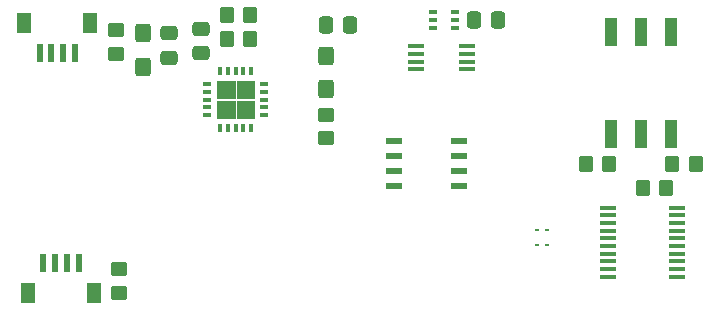
<source format=gbr>
%TF.GenerationSoftware,KiCad,Pcbnew,6.0.2+dfsg-1*%
%TF.CreationDate,2023-01-29T17:25:43-05:00*%
%TF.ProjectId,sensor-board,73656e73-6f72-42d6-926f-6172642e6b69,rev?*%
%TF.SameCoordinates,Original*%
%TF.FileFunction,Paste,Top*%
%TF.FilePolarity,Positive*%
%FSLAX46Y46*%
G04 Gerber Fmt 4.6, Leading zero omitted, Abs format (unit mm)*
G04 Created by KiCad (PCBNEW 6.0.2+dfsg-1) date 2023-01-29 17:25:43*
%MOMM*%
%LPD*%
G01*
G04 APERTURE LIST*
G04 Aperture macros list*
%AMRoundRect*
0 Rectangle with rounded corners*
0 $1 Rounding radius*
0 $2 $3 $4 $5 $6 $7 $8 $9 X,Y pos of 4 corners*
0 Add a 4 corners polygon primitive as box body*
4,1,4,$2,$3,$4,$5,$6,$7,$8,$9,$2,$3,0*
0 Add four circle primitives for the rounded corners*
1,1,$1+$1,$2,$3*
1,1,$1+$1,$4,$5*
1,1,$1+$1,$6,$7*
1,1,$1+$1,$8,$9*
0 Add four rect primitives between the rounded corners*
20,1,$1+$1,$2,$3,$4,$5,0*
20,1,$1+$1,$4,$5,$6,$7,0*
20,1,$1+$1,$6,$7,$8,$9,0*
20,1,$1+$1,$8,$9,$2,$3,0*%
G04 Aperture macros list end*
%ADD10C,0.100000*%
%ADD11RoundRect,0.250000X0.475000X-0.337500X0.475000X0.337500X-0.475000X0.337500X-0.475000X-0.337500X0*%
%ADD12RoundRect,0.250000X-0.475000X0.337500X-0.475000X-0.337500X0.475000X-0.337500X0.475000X0.337500X0*%
%ADD13RoundRect,0.250000X0.425000X-0.537500X0.425000X0.537500X-0.425000X0.537500X-0.425000X-0.537500X0*%
%ADD14RoundRect,0.250000X0.350000X0.450000X-0.350000X0.450000X-0.350000X-0.450000X0.350000X-0.450000X0*%
%ADD15RoundRect,0.250000X-0.450000X0.350000X-0.450000X-0.350000X0.450000X-0.350000X0.450000X0.350000X0*%
%ADD16R,0.650000X0.400000*%
%ADD17R,0.762000X0.304800*%
%ADD18R,0.304800X0.762000*%
%ADD19RoundRect,0.250000X-0.350000X-0.450000X0.350000X-0.450000X0.350000X0.450000X-0.350000X0.450000X0*%
%ADD20R,0.360000X0.250000*%
%ADD21R,0.609600X1.549400*%
%ADD22R,1.193800X1.803400*%
%ADD23R,1.120000X2.440000*%
%ADD24R,1.460500X0.533400*%
%ADD25R,1.409700X0.355600*%
%ADD26RoundRect,0.250000X-0.425000X0.537500X-0.425000X-0.537500X0.425000X-0.537500X0.425000X0.537500X0*%
%ADD27RoundRect,0.250000X0.337500X0.475000X-0.337500X0.475000X-0.337500X-0.475000X0.337500X-0.475000X0*%
%ADD28RoundRect,0.250000X0.450000X-0.350000X0.450000X0.350000X-0.450000X0.350000X-0.450000X-0.350000X0*%
%ADD29R,1.422400X0.431800*%
G04 APERTURE END LIST*
D10*
%TO.C,U5*%
X92788600Y-131558600D02*
X92788600Y-133035000D01*
X92788600Y-133035000D02*
X94265000Y-133035000D01*
X94265000Y-133035000D02*
X94265000Y-131558600D01*
X94265000Y-131558600D02*
X92788600Y-131558600D01*
G36*
X94265000Y-133035000D02*
G01*
X92788600Y-133035000D01*
X92788600Y-131558600D01*
X94265000Y-131558600D01*
X94265000Y-133035000D01*
G37*
X94265000Y-133035000D02*
X92788600Y-133035000D01*
X92788600Y-131558600D01*
X94265000Y-131558600D01*
X94265000Y-133035000D01*
X94465000Y-131558600D02*
X94465000Y-133035000D01*
X94465000Y-133035000D02*
X95941400Y-133035000D01*
X95941400Y-133035000D02*
X95941400Y-131558600D01*
X95941400Y-131558600D02*
X94465000Y-131558600D01*
G36*
X95941400Y-133035000D02*
G01*
X94465000Y-133035000D01*
X94465000Y-131558600D01*
X95941400Y-131558600D01*
X95941400Y-133035000D01*
G37*
X95941400Y-133035000D02*
X94465000Y-133035000D01*
X94465000Y-131558600D01*
X95941400Y-131558600D01*
X95941400Y-133035000D01*
X94465000Y-133235000D02*
X94465000Y-134711400D01*
X94465000Y-134711400D02*
X95941400Y-134711400D01*
X95941400Y-134711400D02*
X95941400Y-133235000D01*
X95941400Y-133235000D02*
X94465000Y-133235000D01*
G36*
X95941400Y-134711400D02*
G01*
X94465000Y-134711400D01*
X94465000Y-133235000D01*
X95941400Y-133235000D01*
X95941400Y-134711400D01*
G37*
X95941400Y-134711400D02*
X94465000Y-134711400D01*
X94465000Y-133235000D01*
X95941400Y-133235000D01*
X95941400Y-134711400D01*
X92788600Y-133235000D02*
X92788600Y-134711400D01*
X92788600Y-134711400D02*
X94265000Y-134711400D01*
X94265000Y-134711400D02*
X94265000Y-133235000D01*
X94265000Y-133235000D02*
X92788600Y-133235000D01*
G36*
X94265000Y-134711400D02*
G01*
X92788600Y-134711400D01*
X92788600Y-133235000D01*
X94265000Y-133235000D01*
X94265000Y-134711400D01*
G37*
X94265000Y-134711400D02*
X92788600Y-134711400D01*
X92788600Y-133235000D01*
X94265000Y-133235000D01*
X94265000Y-134711400D01*
%TD*%
D11*
%TO.C,C6*%
X91400000Y-129200000D03*
X91400000Y-127125000D03*
%TD*%
D12*
%TO.C,C2*%
X88750000Y-127500000D03*
X88750000Y-129575000D03*
%TD*%
D13*
%TO.C,C7*%
X102000000Y-132275000D03*
X102000000Y-129400000D03*
%TD*%
D14*
%TO.C,R8*%
X130800000Y-140600000D03*
X128800000Y-140600000D03*
%TD*%
D15*
%TO.C,R1*%
X84250000Y-127250000D03*
X84250000Y-129250000D03*
%TD*%
D16*
%TO.C,U4*%
X111050000Y-125750000D03*
X111050000Y-126400000D03*
X111050000Y-127050000D03*
X112950000Y-127050000D03*
X112950000Y-126400000D03*
X112950000Y-125750000D03*
%TD*%
D17*
%TO.C,U5*%
X91939300Y-131835000D03*
X91939300Y-132485001D03*
X91939300Y-133135000D03*
X91939300Y-133784999D03*
X91939300Y-134435000D03*
D18*
X93065000Y-135560700D03*
X93715001Y-135560700D03*
X94365000Y-135560700D03*
X95014999Y-135560700D03*
X95665000Y-135560700D03*
D17*
X96790700Y-134435000D03*
X96790700Y-133784999D03*
X96790700Y-133135000D03*
X96790700Y-132485001D03*
X96790700Y-131835000D03*
D18*
X95665000Y-130709300D03*
X95014999Y-130709300D03*
X94365000Y-130709300D03*
X93715001Y-130709300D03*
X93065000Y-130709300D03*
%TD*%
D19*
%TO.C,R13*%
X93600000Y-128000000D03*
X95600000Y-128000000D03*
%TD*%
D20*
%TO.C,D2*%
X119880000Y-144200000D03*
X120720000Y-144200000D03*
%TD*%
D21*
%TO.C,J2*%
X81049999Y-146975001D03*
X80049998Y-146975001D03*
X79050000Y-146975001D03*
X78049999Y-146975001D03*
D22*
X82349998Y-149500000D03*
X76750000Y-149500000D03*
%TD*%
D23*
%TO.C,SW1*%
X131240000Y-127395000D03*
X128700000Y-127395000D03*
X126160000Y-127395000D03*
X126160000Y-136005000D03*
X128700000Y-136005000D03*
X131240000Y-136005000D03*
%TD*%
D24*
%TO.C,U2*%
X107775850Y-136595000D03*
X107775850Y-137865000D03*
X107775850Y-139135000D03*
X107775850Y-140405000D03*
X113224150Y-140405000D03*
X113224150Y-139135000D03*
X113224150Y-137865000D03*
X113224150Y-136595000D03*
%TD*%
D25*
%TO.C,U3*%
X125847250Y-142275063D03*
X125847250Y-142925049D03*
X125847250Y-143575035D03*
X125847250Y-144225021D03*
X125847250Y-144875007D03*
X125847250Y-145524993D03*
X125847250Y-146174979D03*
X125847250Y-146824965D03*
X125847250Y-147474951D03*
X125847250Y-148124937D03*
X131752750Y-148124937D03*
X131752750Y-147474951D03*
X131752750Y-146824965D03*
X131752750Y-146174979D03*
X131752750Y-145524993D03*
X131752750Y-144875007D03*
X131752750Y-144225021D03*
X131752750Y-143575035D03*
X131752750Y-142925049D03*
X131752750Y-142275063D03*
%TD*%
D26*
%TO.C,C1*%
X86500000Y-127500000D03*
X86500000Y-130375000D03*
%TD*%
D27*
%TO.C,C3*%
X116600000Y-126400000D03*
X114525000Y-126400000D03*
%TD*%
D21*
%TO.C,J1*%
X77750000Y-129171600D03*
X78750001Y-129171600D03*
X79749999Y-129171600D03*
X80750000Y-129171600D03*
D22*
X76450001Y-126646601D03*
X82049999Y-126646601D03*
%TD*%
D28*
%TO.C,R15*%
X102000000Y-136400000D03*
X102000000Y-134400000D03*
%TD*%
D29*
%TO.C,U6*%
X109628300Y-128625001D03*
X109628300Y-129274999D03*
X109628300Y-129925001D03*
X109628300Y-130574999D03*
X113971700Y-130574999D03*
X113971700Y-129925001D03*
X113971700Y-129274999D03*
X113971700Y-128625001D03*
%TD*%
D27*
%TO.C,C5*%
X104075000Y-126800000D03*
X102000000Y-126800000D03*
%TD*%
D28*
%TO.C,R2*%
X84500000Y-149500000D03*
X84500000Y-147500000D03*
%TD*%
D14*
%TO.C,R5*%
X133300000Y-138600000D03*
X131300000Y-138600000D03*
%TD*%
D19*
%TO.C,R9*%
X124000000Y-138600000D03*
X126000000Y-138600000D03*
%TD*%
D14*
%TO.C,R14*%
X95600000Y-126000000D03*
X93600000Y-126000000D03*
%TD*%
D20*
%TO.C,D1*%
X119880000Y-145400000D03*
X120720000Y-145400000D03*
%TD*%
M02*

</source>
